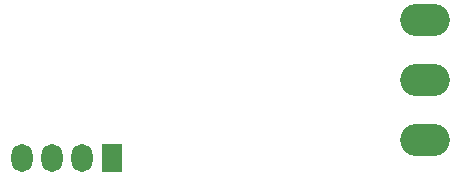
<source format=gbr>
G04 --- HEADER BEGIN --- *
%TF.GenerationSoftware,LibrePCB,LibrePCB,0.1.5*%
%TF.CreationDate,2021-01-02T14:24:37*%
%TF.ProjectId,can2usb - default,565da67e-d1db-4e60-9fc1-0ba8a5c8bd0e,v1*%
%TF.Part,Single*%
%FSLAX66Y66*%
%MOMM*%
G01*
G74*
G04 --- HEADER END --- *
G04 --- APERTURE LIST BEGIN --- *
%ADD10O,1.787X2.39*%
%ADD11R,1.787X2.39*%
%ADD12O,4.2X2.74*%
G04 --- APERTURE LIST END --- *
G04 --- BOARD BEGIN --- *
D10*
X20955000Y1625500D03*
D11*
X23495000Y1625500D03*
D10*
X15875000Y1625500D03*
X18415000Y1625500D03*
D12*
X50000000Y3140000D03*
X50000000Y8220000D03*
X50000000Y13300000D03*
G04 --- BOARD END --- *
%TF.MD5,5dff2e210512137c4cb92f1d89c9e65e*%
M02*

</source>
